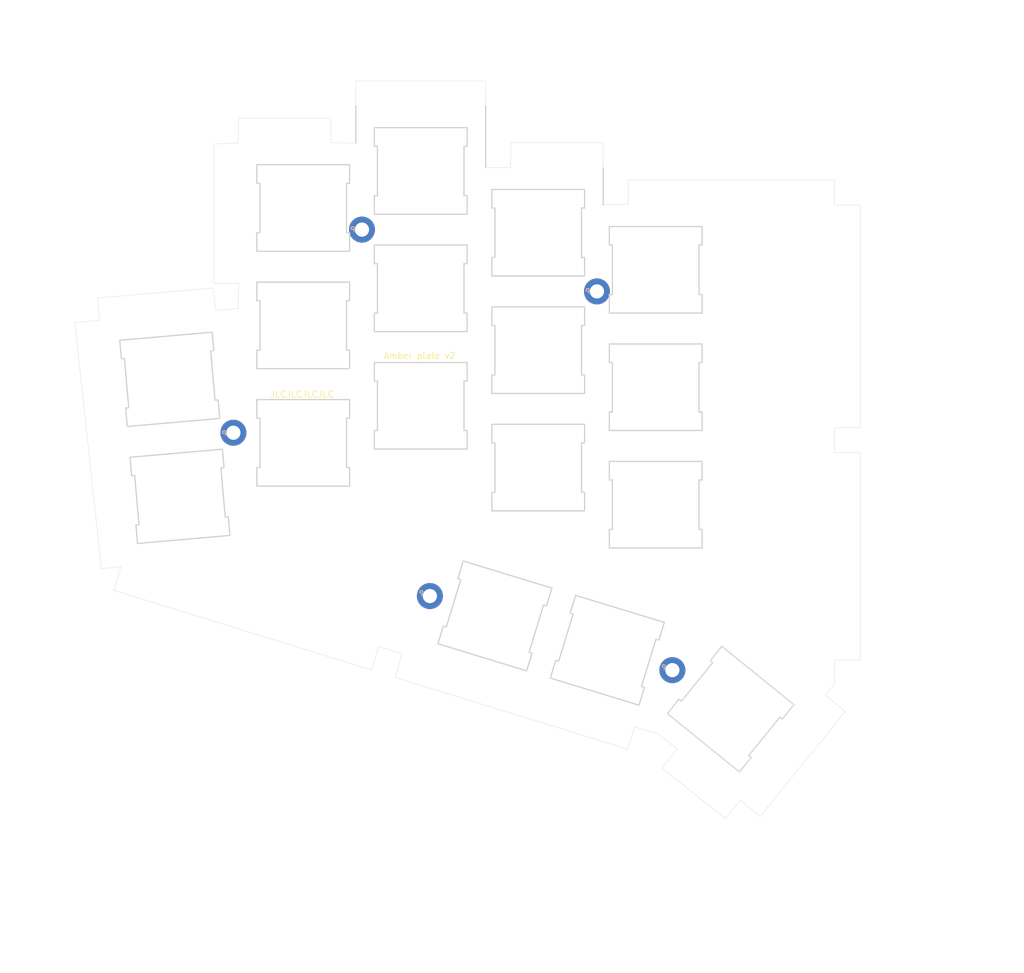
<source format=kicad_pcb>
(kicad_pcb (version 20171130) (host pcbnew "(5.1.8)-1")

  (general
    (thickness 1.6)
    (drawings 259)
    (tracks 0)
    (zones 0)
    (modules 6)
    (nets 2)
  )

  (page A3)
  (title_block
    (title "Amber plate")
    (rev v2)
    (company Nezumee)
  )

  (layers
    (0 F.Cu signal)
    (31 B.Cu signal)
    (32 B.Adhes user)
    (33 F.Adhes user)
    (34 B.Paste user)
    (35 F.Paste user)
    (36 B.SilkS user)
    (37 F.SilkS user)
    (38 B.Mask user)
    (39 F.Mask user)
    (40 Dwgs.User user)
    (41 Cmts.User user)
    (42 Eco1.User user)
    (43 Eco2.User user)
    (44 Edge.Cuts user)
    (45 Margin user)
    (46 B.CrtYd user)
    (47 F.CrtYd user)
    (48 B.Fab user)
    (49 F.Fab user)
  )

  (setup
    (last_trace_width 0.254)
    (user_trace_width 0.254)
    (user_trace_width 0.381)
    (trace_clearance 0.254)
    (zone_clearance 0.508)
    (zone_45_only no)
    (trace_min 0.2032)
    (via_size 0.8)
    (via_drill 0.4)
    (via_min_size 0.508)
    (via_min_drill 0.381)
    (uvia_size 0.3)
    (uvia_drill 0.1016)
    (uvias_allowed no)
    (uvia_min_size 0.2032)
    (uvia_min_drill 0.1016)
    (edge_width 0.05)
    (segment_width 0.2)
    (pcb_text_width 0.3)
    (pcb_text_size 1.5 1.5)
    (mod_edge_width 0.12)
    (mod_text_size 1 1)
    (mod_text_width 0.15)
    (pad_size 1.524 1.524)
    (pad_drill 0.8128)
    (pad_to_mask_clearance 0.05)
    (aux_axis_origin 0 0)
    (visible_elements 7FFFFFFF)
    (pcbplotparams
      (layerselection 0x010fc_ffffffff)
      (usegerberextensions false)
      (usegerberattributes true)
      (usegerberadvancedattributes true)
      (creategerberjobfile true)
      (excludeedgelayer true)
      (linewidth 0.100000)
      (plotframeref false)
      (viasonmask false)
      (mode 1)
      (useauxorigin false)
      (hpglpennumber 1)
      (hpglpenspeed 20)
      (hpglpendiameter 15.000000)
      (psnegative false)
      (psa4output false)
      (plotreference true)
      (plotvalue false)
      (plotinvisibletext false)
      (padsonsilk false)
      (subtractmaskfromsilk false)
      (outputformat 1)
      (mirror false)
      (drillshape 0)
      (scaleselection 1)
      (outputdirectory "gerber/"))
  )

  (net 0 "")
  (net 1 GND)

  (net_class Default "This is the default net class."
    (clearance 0.254)
    (trace_width 0.254)
    (via_dia 0.8)
    (via_drill 0.4)
    (uvia_dia 0.3)
    (uvia_drill 0.1016)
    (diff_pair_width 0.2032)
    (diff_pair_gap 0.25)
  )

  (module MountingHole:MountingHole_5.3mm_M5 (layer F.Cu) (tedit 56D1B4CB) (tstamp 604EFA57)
    (at 96.139 -4.318)
    (descr "Mounting Hole 5.3mm, no annular, M5")
    (tags "mounting hole 5.3mm no annular m5")
    (attr virtual)
    (fp_text reference REF** (at 0 -6.3) (layer F.SilkS) hide
      (effects (font (size 1 1) (thickness 0.15)))
    )
    (fp_text value MountingHole_5.3mm_M5 (at 0 6.3) (layer F.Fab)
      (effects (font (size 1 1) (thickness 0.15)))
    )
    (fp_circle (center 0 0) (end 5.55 0) (layer F.CrtYd) (width 0.05))
    (fp_circle (center 0 0) (end 5.3 0) (layer Cmts.User) (width 0.15))
    (fp_text user %R (at 0.3 0) (layer F.Fab)
      (effects (font (size 1 1) (thickness 0.15)))
    )
    (pad 1 np_thru_hole circle (at 0 0) (size 5.3 5.3) (drill 5.3) (layers *.Cu *.Mask))
  )

  (module kbd:M2_Hole_TH locked (layer F.Cu) (tedit 5F7666C1) (tstamp 0)
    (at 8.63587 -10.291829 5)
    (fp_text reference P3 (at 0 0) (layer F.SilkS) hide
      (effects (font (size 1.27 1.27) (thickness 0.15)))
    )
    (fp_text value "" (at 0 0) (layer F.SilkS) hide
      (effects (font (size 1.27 1.27) (thickness 0.15)))
    )
    (fp_text user P (at -1.5 0 5) (layer B.SilkS)
      (effects (font (size 0.8 0.8) (thickness 0.15)) (justify mirror))
    )
    (pad "" thru_hole circle (at 0 0 5) (size 4.2 4.2) (drill 2.3) (layers *.Cu *.Mask))
  )

  (module kbd:M2_Hole_TH locked (layer F.Cu) (tedit 5F7666C1) (tstamp 0)
    (at 67.432076 -33.151949)
    (fp_text reference P1 (at 0 0) (layer F.SilkS) hide
      (effects (font (size 1.27 1.27) (thickness 0.15)))
    )
    (fp_text value "" (at 0 0) (layer F.SilkS) hide
      (effects (font (size 1.27 1.27) (thickness 0.15)))
    )
    (fp_text user P (at -1.5 0) (layer B.SilkS)
      (effects (font (size 0.8 0.8) (thickness 0.15)) (justify mirror))
    )
    (pad "" thru_hole circle (at 0 0) (size 4.2 4.2) (drill 2.3) (layers *.Cu *.Mask))
  )

  (module kbd:M2_Hole_TH locked (layer F.Cu) (tedit 5F7666C1) (tstamp 0)
    (at 40.412724 16.131963 343)
    (fp_text reference P4 (at 0 0) (layer F.SilkS) hide
      (effects (font (size 1.27 1.27) (thickness 0.15)))
    )
    (fp_text value "" (at 0 0) (layer F.SilkS) hide
      (effects (font (size 1.27 1.27) (thickness 0.15)))
    )
    (fp_text user P (at -1.5 0 343) (layer B.SilkS)
      (effects (font (size 0.8 0.8) (thickness 0.15)) (justify mirror))
    )
    (pad "" thru_hole circle (at 0 0 343) (size 4.2 4.2) (drill 2.3) (layers *.Cu *.Mask))
  )

  (module kbd:M2_Hole_TH locked (layer F.Cu) (tedit 5F7666C1) (tstamp 0)
    (at 79.621219 28.119203 343)
    (fp_text reference P5 (at 0 0) (layer F.SilkS) hide
      (effects (font (size 1.27 1.27) (thickness 0.15)))
    )
    (fp_text value "" (at 0 0) (layer F.SilkS) hide
      (effects (font (size 1.27 1.27) (thickness 0.15)))
    )
    (fp_text user P (at -1.5 0 343) (layer B.SilkS)
      (effects (font (size 0.8 0.8) (thickness 0.15)) (justify mirror))
    )
    (pad "" thru_hole circle (at 0 0 343) (size 4.2 4.2) (drill 2.3) (layers *.Cu *.Mask))
  )

  (module kbd:M2_Hole_TH locked (layer F.Cu) (tedit 5F7666C1) (tstamp 0)
    (at 29.432076 -43.151949)
    (fp_text reference P2 (at 0 0) (layer F.SilkS) hide
      (effects (font (size 1.27 1.27) (thickness 0.15)))
    )
    (fp_text value "" (at 0 0) (layer F.SilkS) hide
      (effects (font (size 1.27 1.27) (thickness 0.15)))
    )
    (fp_text user P (at -1.5 0) (layer B.SilkS)
      (effects (font (size 0.8 0.8) (thickness 0.15)) (justify mirror))
    )
    (pad "" thru_hole circle (at 0 0) (size 4.2 4.2) (drill 2.3) (layers *.Cu *.Mask))
  )

  (gr_line (start 105.9 26.5) (end 110 26.5) (layer Edge.Cuts) (width 0.05))
  (gr_line (start 105.81798 30.4) (end 105.9 26.5) (layer Edge.Cuts) (width 0.05))
  (gr_line (start 104.4 32.2) (end 105.81798 30.4) (layer Edge.Cuts) (width 0.05) (tstamp 604EE166))
  (gr_line (start 107.6 34.8) (end 104.4 32.2) (layer Edge.Cuts) (width 0.05))
  (gr_line (start 93.8 51.8) (end 107.6 34.8) (layer Edge.Cuts) (width 0.05))
  (gr_line (start 90.602251 49.197142) (end 93.8 51.8) (layer Edge.Cuts) (width 0.05))
  (gr_line (start 88.2 52.1) (end 90.602251 49.197142) (layer Edge.Cuts) (width 0.05) (tstamp 604EE128))
  (gr_line (start 77.9 44) (end 88.2 52.1) (layer Edge.Cuts) (width 0.05))
  (gr_line (start 80.4 40.9) (end 77.9 44) (layer Edge.Cuts) (width 0.05))
  (gr_line (start 77.3 38.4) (end 80.4 40.9) (layer Edge.Cuts) (width 0.05))
  (gr_line (start 73.5 37.3) (end 72.4 40.9) (layer Edge.Cuts) (width 0.05))
  (gr_line (start 77.3 38.4) (end 73.5 37.3) (layer Edge.Cuts) (width 0.05))
  (gr_line (start 34.8 29.3) (end 72.4 40.9) (layer Edge.Cuts) (width 0.05))
  (gr_line (start 35.9 25.5) (end 34.8 29.3) (layer Edge.Cuts) (width 0.05))
  (gr_line (start 32.1 24.3) (end 35.9 25.5) (layer Edge.Cuts) (width 0.05))
  (gr_line (start 31 28.1) (end 32.1 24.3) (layer Edge.Cuts) (width 0.05))
  (gr_line (start -10.7 15.2) (end 31 28.1) (layer Edge.Cuts) (width 0.05))
  (gr_line (start -9.544909 11.375179) (end -10.7 15.2) (layer Edge.Cuts) (width 0.05))
  (gr_line (start -12.7 11.7) (end -9.544909 11.375179) (layer Edge.Cuts) (width 0.05) (tstamp 604EE05E))
  (gr_line (start -17 -28.1) (end -12.7 11.7) (layer Edge.Cuts) (width 0.05))
  (gr_line (start -13.031138 -28.472608) (end -17 -28.1) (layer Edge.Cuts) (width 0.05))
  (gr_line (start -13.3 -32.1) (end -13.031138 -28.472608) (layer Edge.Cuts) (width 0.05) (tstamp 604EDFFB))
  (gr_line (start 5.3 -33.7) (end -13.3 -32.1) (layer Edge.Cuts) (width 0.05))
  (gr_line (start 5.8 -30.1) (end 5.3 -33.7) (layer Edge.Cuts) (width 0.05))
  (gr_line (start 9.432076 -30.4) (end 5.8 -30.1) (layer Edge.Cuts) (width 0.05))
  (gr_line (start 5.5 -57) (end 9.432076 -57.151948) (layer Edge.Cuts) (width 0.05) (tstamp 604EDFD0))
  (gr_line (start 5.5 -34.4) (end 5.5 -57) (layer Edge.Cuts) (width 0.05))
  (gr_line (start 9.5 -34.4) (end 5.5 -34.4) (layer Edge.Cuts) (width 0.05))
  (gr_line (start 9.432076 -30.4) (end 9.5 -34.4) (layer Edge.Cuts) (width 0.05))
  (gr_line (start 9.5 -61.2) (end 9.432076 -57.151948) (layer Edge.Cuts) (width 0.05) (tstamp 604EDFA6))
  (gr_line (start 24.4 -61.2) (end 9.5 -61.2) (layer Edge.Cuts) (width 0.05))
  (gr_line (start 24.4 -57.2) (end 24.4 -61.2) (layer Edge.Cuts) (width 0.05))
  (gr_line (start 28.432076 -57.151948) (end 24.4 -57.2) (layer Edge.Cuts) (width 0.05))
  (gr_line (start 28.4 -67.2) (end 28.432076 -63.151948) (layer Edge.Cuts) (width 0.05) (tstamp 604EDF84))
  (gr_line (start 49.4 -67.2) (end 28.4 -67.2) (layer Edge.Cuts) (width 0.05))
  (gr_line (start 49.432076 -63.151948) (end 49.4 -67.2) (layer Edge.Cuts) (width 0.05))
  (gr_line (start 68.4 -57.2) (end 68.432076 -53.151948) (layer Edge.Cuts) (width 0.05) (tstamp 604EDF55))
  (gr_line (start 53.5 -57.2) (end 68.4 -57.2) (layer Edge.Cuts) (width 0.05))
  (gr_line (start 53.5 -53.2) (end 53.5 -57.2) (layer Edge.Cuts) (width 0.05))
  (gr_line (start 49.432076 -53.151948) (end 53.5 -53.2) (layer Edge.Cuts) (width 0.05))
  (gr_line (start 105.8 -51.2) (end 105.81798 -47.151948) (layer Edge.Cuts) (width 0.05) (tstamp 604EDF1A))
  (gr_line (start 72.5 -51.2) (end 105.8 -51.2) (layer Edge.Cuts) (width 0.05))
  (gr_line (start 72.5 -47.2) (end 72.5 -51.2) (layer Edge.Cuts) (width 0.05))
  (gr_line (start 68.432076 -47.151948) (end 72.5 -47.2) (layer Edge.Cuts) (width 0.05))
  (gr_line (start 110 -7.1) (end 110 26.5) (layer Edge.Cuts) (width 0.05))
  (gr_line (start 105.8 -7.1) (end 110 -7.1) (layer Edge.Cuts) (width 0.05))
  (gr_line (start 105.8 -11.1) (end 105.8 -7.1) (layer Edge.Cuts) (width 0.05))
  (gr_line (start 110 -11.1) (end 105.8 -11.1) (layer Edge.Cuts) (width 0.05))
  (gr_line (start 110 -47.1) (end 110 -11.1) (layer Edge.Cuts) (width 0.05))
  (gr_line (start 105.81798 -47.151948) (end 110 -47.1) (layer Edge.Cuts) (width 0.05))
  (gr_text "Amber plate v2" (at 38.75 -22.75) (layer F.SilkS)
    (effects (font (size 1 1) (thickness 0.15)))
  )
  (gr_text JLCJLCJLCJLC (at 19.75 -16.5) (layer F.SilkS)
    (effects (font (size 1 1) (thickness 0.15)))
  )
  (gr_line (start 86.127343 26.915419) (end 81.09278 33.132587) (layer Edge.Cuts) (width 0.2))
  (gr_line (start 91.972823 41.943072) (end 97.007386 35.725905) (layer Edge.Cuts) (width 0.2))
  (gr_line (start 63.577219 19.031293) (end 61.238246 26.681731) (layer Edge.Cuts) (width 0.2))
  (gr_line (start 74.626512 30.774934) (end 76.965486 23.124496) (layer Edge.Cuts) (width 0.2))
  (gr_line (start 45.407429 13.47623) (end 43.068455 21.126668) (layer Edge.Cuts) (width 0.2))
  (gr_line (start 56.456722 25.219872) (end 58.795696 17.569434) (layer Edge.Cuts) (width 0.2))
  (gr_line (start 69.932076 -40.651948) (end 69.932076 -32.651948) (layer Edge.Cuts) (width 0.2))
  (gr_line (start 83.932076 -32.651948) (end 83.932076 -40.651948) (layer Edge.Cuts) (width 0.2))
  (gr_line (start 69.932076 -21.651948) (end 69.932076 -13.651948) (layer Edge.Cuts) (width 0.2))
  (gr_line (start 83.932076 -13.651948) (end 83.932076 -21.651948) (layer Edge.Cuts) (width 0.2))
  (gr_line (start 69.932076 -2.651948) (end 69.932076 5.348051) (layer Edge.Cuts) (width 0.2))
  (gr_line (start 83.932076 5.348051) (end 83.932076 -2.651948) (layer Edge.Cuts) (width 0.2))
  (gr_line (start 50.932076 -46.651948) (end 50.932076 -38.651948) (layer Edge.Cuts) (width 0.2))
  (gr_line (start 64.932076 -38.651948) (end 64.932076 -46.651948) (layer Edge.Cuts) (width 0.2))
  (gr_line (start 50.932076 -27.651948) (end 50.932076 -19.651948) (layer Edge.Cuts) (width 0.2))
  (gr_line (start 64.932076 -19.651948) (end 64.932076 -27.651948) (layer Edge.Cuts) (width 0.2))
  (gr_line (start 50.932076 -8.651948) (end 50.932076 -0.651948) (layer Edge.Cuts) (width 0.2))
  (gr_line (start 64.932075 -0.651948) (end 64.932075 -8.651948) (layer Edge.Cuts) (width 0.2))
  (gr_line (start 31.932076 -56.651948) (end 31.932076 -48.651948) (layer Edge.Cuts) (width 0.2))
  (gr_line (start 45.932076 -48.651948) (end 45.932076 -56.651948) (layer Edge.Cuts) (width 0.2))
  (gr_line (start 31.932076 -37.651948) (end 31.932076 -29.651948) (layer Edge.Cuts) (width 0.2))
  (gr_line (start 45.932076 -29.651948) (end 45.932076 -37.651948) (layer Edge.Cuts) (width 0.2))
  (gr_line (start 31.932076 -18.651948) (end 31.932076 -10.651948) (layer Edge.Cuts) (width 0.2))
  (gr_line (start 45.932076 -10.651948) (end 45.932076 -18.651948) (layer Edge.Cuts) (width 0.2))
  (gr_line (start 12.932076 -50.651948) (end 12.932076 -42.651948) (layer Edge.Cuts) (width 0.2))
  (gr_line (start 26.932076 -42.651948) (end 26.932076 -50.651948) (layer Edge.Cuts) (width 0.2))
  (gr_line (start 12.932076 -31.651948) (end 12.932076 -23.651948) (layer Edge.Cuts) (width 0.2))
  (gr_line (start 26.932076 -23.651948) (end 26.932076 -31.651948) (layer Edge.Cuts) (width 0.2))
  (gr_line (start 12.932076 -12.651948) (end 12.932076 -4.651948) (layer Edge.Cuts) (width 0.2))
  (gr_line (start 26.932076 -4.651948) (end 26.932076 -12.651948) (layer Edge.Cuts) (width 0.2))
  (gr_line (start -8.977945 -22.302387) (end -8.280699 -14.33283) (layer Edge.Cuts) (width 0.2))
  (gr_line (start 5.666026 -15.55301) (end 4.96878 -23.522568) (layer Edge.Cuts) (width 0.2))
  (gr_line (start -7.321985 -3.374688) (end -6.624739 4.594869) (layer Edge.Cuts) (width 0.2))
  (gr_line (start 7.321985 3.374688) (end 6.624739 -4.594869) (layer Edge.Cuts) (width 0.2))
  (gr_line (start 86.127343 26.915419) (end 85.73877 26.600759) (layer Edge.Cuts) (width 0.2))
  (gr_line (start 97.395959 36.040565) (end 97.007386 35.725905) (layer Edge.Cuts) (width 0.2))
  (gr_line (start 91.972823 41.943072) (end 92.361396 42.257733) (layer Edge.Cuts) (width 0.2))
  (gr_line (start 80.704207 32.817927) (end 81.09278 33.132587) (layer Edge.Cuts) (width 0.2))
  (gr_line (start 63.577219 19.031293) (end 63.099067 18.885107) (layer Edge.Cuts) (width 0.2))
  (gr_line (start 77.443638 23.270682) (end 76.965486 23.124496) (layer Edge.Cuts) (width 0.2))
  (gr_line (start 74.626512 30.774934) (end 75.104665 30.92112) (layer Edge.Cuts) (width 0.2))
  (gr_line (start 60.760093 26.535545) (end 61.238246 26.681731) (layer Edge.Cuts) (width 0.2))
  (gr_line (start 45.407429 13.47623) (end 44.929277 13.330044) (layer Edge.Cuts) (width 0.2))
  (gr_line (start 59.273848 17.71562) (end 58.795696 17.569434) (layer Edge.Cuts) (width 0.2))
  (gr_line (start 56.456722 25.219872) (end 56.934874 25.366058) (layer Edge.Cuts) (width 0.2))
  (gr_line (start 42.590303 20.980482) (end 43.068455 21.126668) (layer Edge.Cuts) (width 0.2))
  (gr_line (start 69.932076 -40.651948) (end 69.432076 -40.651948) (layer Edge.Cuts) (width 0.2))
  (gr_line (start 84.432076 -40.651948) (end 83.932076 -40.651948) (layer Edge.Cuts) (width 0.2))
  (gr_line (start 83.932076 -32.651948) (end 84.432076 -32.651948) (layer Edge.Cuts) (width 0.2))
  (gr_line (start 69.432076 -32.651948) (end 69.932076 -32.651948) (layer Edge.Cuts) (width 0.2))
  (gr_line (start 69.932076 -21.651948) (end 69.432076 -21.651948) (layer Edge.Cuts) (width 0.2))
  (gr_line (start 84.432076 -21.651948) (end 83.932076 -21.651948) (layer Edge.Cuts) (width 0.2))
  (gr_line (start 83.932076 -13.651948) (end 84.432076 -13.651948) (layer Edge.Cuts) (width 0.2))
  (gr_line (start 69.432076 -13.651948) (end 69.932076 -13.651948) (layer Edge.Cuts) (width 0.2))
  (gr_line (start 69.932076 -2.651948) (end 69.432076 -2.651948) (layer Edge.Cuts) (width 0.2))
  (gr_line (start 84.432076 -2.651948) (end 83.932076 -2.651948) (layer Edge.Cuts) (width 0.2))
  (gr_line (start 83.932076 5.348051) (end 84.432076 5.348051) (layer Edge.Cuts) (width 0.2))
  (gr_line (start 69.432076 5.348051) (end 69.932076 5.348051) (layer Edge.Cuts) (width 0.2))
  (gr_line (start 50.932076 -46.651948) (end 50.432076 -46.651948) (layer Edge.Cuts) (width 0.2))
  (gr_line (start 65.432076 -46.651948) (end 64.932076 -46.651948) (layer Edge.Cuts) (width 0.2))
  (gr_line (start 64.932076 -38.651948) (end 65.432076 -38.651948) (layer Edge.Cuts) (width 0.2))
  (gr_line (start 50.432076 -38.651948) (end 50.932076 -38.651948) (layer Edge.Cuts) (width 0.2))
  (gr_line (start 50.932076 -27.651948) (end 50.432076 -27.651948) (layer Edge.Cuts) (width 0.2))
  (gr_line (start 65.432076 -27.651948) (end 64.932076 -27.651948) (layer Edge.Cuts) (width 0.2))
  (gr_line (start 64.932076 -19.651948) (end 65.432076 -19.651948) (layer Edge.Cuts) (width 0.2))
  (gr_line (start 50.432076 -19.651948) (end 50.932076 -19.651948) (layer Edge.Cuts) (width 0.2))
  (gr_line (start 50.932076 -8.651948) (end 50.432076 -8.651948) (layer Edge.Cuts) (width 0.2))
  (gr_line (start 65.432075 -8.651948) (end 64.932075 -8.651948) (layer Edge.Cuts) (width 0.2))
  (gr_line (start 64.932075 -0.651948) (end 65.432075 -0.651948) (layer Edge.Cuts) (width 0.2))
  (gr_line (start 50.432076 -0.651948) (end 50.932076 -0.651948) (layer Edge.Cuts) (width 0.2))
  (gr_line (start 31.932076 -56.651948) (end 31.432076 -56.651948) (layer Edge.Cuts) (width 0.2))
  (gr_line (start 46.432076 -56.651948) (end 45.932076 -56.651948) (layer Edge.Cuts) (width 0.2))
  (gr_line (start 45.932076 -48.651948) (end 46.432076 -48.651948) (layer Edge.Cuts) (width 0.2))
  (gr_line (start 31.432076 -48.651948) (end 31.932076 -48.651948) (layer Edge.Cuts) (width 0.2))
  (gr_line (start 31.932076 -37.651948) (end 31.432076 -37.651948) (layer Edge.Cuts) (width 0.2))
  (gr_line (start 46.432076 -37.651948) (end 45.932076 -37.651948) (layer Edge.Cuts) (width 0.2))
  (gr_line (start 45.932076 -29.651948) (end 46.432076 -29.651948) (layer Edge.Cuts) (width 0.2))
  (gr_line (start 31.432076 -29.651948) (end 31.932076 -29.651948) (layer Edge.Cuts) (width 0.2))
  (gr_line (start 31.932076 -18.651948) (end 31.432076 -18.651948) (layer Edge.Cuts) (width 0.2))
  (gr_line (start 46.432076 -18.651948) (end 45.932076 -18.651948) (layer Edge.Cuts) (width 0.2))
  (gr_line (start 45.932076 -10.651948) (end 46.432076 -10.651948) (layer Edge.Cuts) (width 0.2))
  (gr_line (start 31.432076 -10.651948) (end 31.932076 -10.651948) (layer Edge.Cuts) (width 0.2))
  (gr_line (start 12.932076 -50.651948) (end 12.432076 -50.651948) (layer Edge.Cuts) (width 0.2))
  (gr_line (start 27.432076 -50.651948) (end 26.932076 -50.651948) (layer Edge.Cuts) (width 0.2))
  (gr_line (start 26.932076 -42.651948) (end 27.432076 -42.651948) (layer Edge.Cuts) (width 0.2))
  (gr_line (start 12.432076 -42.651948) (end 12.932076 -42.651948) (layer Edge.Cuts) (width 0.2))
  (gr_line (start 12.932076 -31.651948) (end 12.432076 -31.651948) (layer Edge.Cuts) (width 0.2))
  (gr_line (start 27.432076 -31.651948) (end 26.932076 -31.651948) (layer Edge.Cuts) (width 0.2))
  (gr_line (start 26.932076 -23.651948) (end 27.432076 -23.651948) (layer Edge.Cuts) (width 0.2))
  (gr_line (start 12.432076 -23.651948) (end 12.932076 -23.651948) (layer Edge.Cuts) (width 0.2))
  (gr_line (start 12.932076 -12.651948) (end 12.432076 -12.651948) (layer Edge.Cuts) (width 0.2))
  (gr_line (start 27.432076 -12.651948) (end 26.932076 -12.651948) (layer Edge.Cuts) (width 0.2))
  (gr_line (start 26.932076 -4.651948) (end 27.432076 -4.651948) (layer Edge.Cuts) (width 0.2))
  (gr_line (start 12.432076 -4.651948) (end 12.932076 -4.651948) (layer Edge.Cuts) (width 0.2))
  (gr_line (start -8.977945 -22.302387) (end -9.476042 -22.25881) (layer Edge.Cuts) (width 0.2))
  (gr_line (start 5.466878 -23.566146) (end 4.96878 -23.522568) (layer Edge.Cuts) (width 0.2))
  (gr_line (start 5.666026 -15.55301) (end 6.164124 -15.596588) (layer Edge.Cuts) (width 0.2))
  (gr_line (start -8.778796 -14.289252) (end -8.280699 -14.33283) (layer Edge.Cuts) (width 0.2))
  (gr_line (start -7.321985 -3.374688) (end -7.820083 -3.33111) (layer Edge.Cuts) (width 0.2))
  (gr_line (start 7.122837 -4.638446) (end 6.624739 -4.594869) (layer Edge.Cuts) (width 0.2))
  (gr_line (start 7.321985 3.374688) (end 7.820083 3.33111) (layer Edge.Cuts) (width 0.2))
  (gr_line (start -7.122837 4.638446) (end -6.624739 4.594869) (layer Edge.Cuts) (width 0.2))
  (gr_line (start 80.704207 32.817927) (end 78.816245 35.149365) (layer Edge.Cuts) (width 0.2))
  (gr_line (start 87.626731 24.269321) (end 85.73877 26.600759) (layer Edge.Cuts) (width 0.2))
  (gr_line (start 87.626731 24.269321) (end 99.28392 33.709127) (layer Edge.Cuts) (width 0.2))
  (gr_line (start 97.395959 36.040565) (end 99.28392 33.709127) (layer Edge.Cuts) (width 0.2))
  (gr_line (start 90.473435 44.58917) (end 92.361396 42.257733) (layer Edge.Cuts) (width 0.2))
  (gr_line (start 78.816245 35.149365) (end 90.473435 44.58917) (layer Edge.Cuts) (width 0.2))
  (gr_line (start 60.760093 26.535545) (end 59.882978 29.404459) (layer Edge.Cuts) (width 0.2))
  (gr_line (start 63.976182 16.016192) (end 63.099067 18.885107) (layer Edge.Cuts) (width 0.2))
  (gr_line (start 63.976182 16.016192) (end 78.320754 20.401768) (layer Edge.Cuts) (width 0.2))
  (gr_line (start 77.443638 23.270682) (end 78.320754 20.401768) (layer Edge.Cuts) (width 0.2))
  (gr_line (start 74.22755 33.790035) (end 75.104665 30.92112) (layer Edge.Cuts) (width 0.2))
  (gr_line (start 59.882978 29.404459) (end 74.22755 33.790035) (layer Edge.Cuts) (width 0.2))
  (gr_line (start 42.590303 20.980482) (end 41.713188 23.849397) (layer Edge.Cuts) (width 0.2))
  (gr_line (start 45.806392 10.46113) (end 44.929277 13.330044) (layer Edge.Cuts) (width 0.2))
  (gr_line (start 45.806392 10.46113) (end 60.150963 14.846706) (layer Edge.Cuts) (width 0.2))
  (gr_line (start 59.273848 17.71562) (end 60.150963 14.846706) (layer Edge.Cuts) (width 0.2))
  (gr_line (start 56.057759 28.234972) (end 56.934874 25.366058) (layer Edge.Cuts) (width 0.2))
  (gr_line (start 41.713188 23.849397) (end 56.057759 28.234972) (layer Edge.Cuts) (width 0.2))
  (gr_line (start 69.432076 -32.651948) (end 69.432076 -29.651948) (layer Edge.Cuts) (width 0.2))
  (gr_line (start 69.432076 -43.651948) (end 69.432076 -40.651948) (layer Edge.Cuts) (width 0.2))
  (gr_line (start 69.432076 -43.651948) (end 84.432076 -43.651948) (layer Edge.Cuts) (width 0.2))
  (gr_line (start 84.432076 -40.651948) (end 84.432076 -43.651948) (layer Edge.Cuts) (width 0.2))
  (gr_line (start 84.432076 -29.651948) (end 84.432076 -32.651948) (layer Edge.Cuts) (width 0.2))
  (gr_line (start 69.432076 -29.651948) (end 84.432076 -29.651948) (layer Edge.Cuts) (width 0.2))
  (gr_line (start 69.432076 -13.651948) (end 69.432076 -10.651948) (layer Edge.Cuts) (width 0.2))
  (gr_line (start 69.432076 -24.651948) (end 69.432076 -21.651948) (layer Edge.Cuts) (width 0.2))
  (gr_line (start 69.432076 -24.651948) (end 84.432076 -24.651948) (layer Edge.Cuts) (width 0.2))
  (gr_line (start 84.432076 -21.651948) (end 84.432076 -24.651948) (layer Edge.Cuts) (width 0.2))
  (gr_line (start 84.432076 -10.651948) (end 84.432076 -13.651948) (layer Edge.Cuts) (width 0.2))
  (gr_line (start 69.432076 -10.651948) (end 84.432076 -10.651948) (layer Edge.Cuts) (width 0.2))
  (gr_line (start 69.432076 5.348051) (end 69.432076 8.348051) (layer Edge.Cuts) (width 0.2))
  (gr_line (start 69.432076 -5.651948) (end 69.432076 -2.651948) (layer Edge.Cuts) (width 0.2))
  (gr_line (start 69.432076 -5.651948) (end 84.432076 -5.651948) (layer Edge.Cuts) (width 0.2))
  (gr_line (start 84.432076 -2.651948) (end 84.432076 -5.651948) (layer Edge.Cuts) (width 0.2))
  (gr_line (start 84.432076 8.348051) (end 84.432076 5.348051) (layer Edge.Cuts) (width 0.2))
  (gr_line (start 69.432076 8.348051) (end 84.432076 8.348051) (layer Edge.Cuts) (width 0.2))
  (gr_line (start 50.432076 -38.651948) (end 50.432076 -35.651948) (layer Edge.Cuts) (width 0.2))
  (gr_line (start 50.432076 -49.651948) (end 50.432076 -46.651948) (layer Edge.Cuts) (width 0.2))
  (gr_line (start 50.432076 -49.651948) (end 65.432076 -49.651948) (layer Edge.Cuts) (width 0.2))
  (gr_line (start 65.432076 -46.651948) (end 65.432076 -49.651948) (layer Edge.Cuts) (width 0.2))
  (gr_line (start 65.432076 -35.651948) (end 65.432076 -38.651948) (layer Edge.Cuts) (width 0.2))
  (gr_line (start 50.432076 -35.651948) (end 65.432076 -35.651948) (layer Edge.Cuts) (width 0.2))
  (gr_line (start 50.432076 -19.651948) (end 50.432076 -16.651948) (layer Edge.Cuts) (width 0.2))
  (gr_line (start 50.432076 -30.651948) (end 50.432076 -27.651948) (layer Edge.Cuts) (width 0.2))
  (gr_line (start 50.432076 -30.651948) (end 65.432076 -30.651948) (layer Edge.Cuts) (width 0.2))
  (gr_line (start 65.432076 -27.651948) (end 65.432076 -30.651948) (layer Edge.Cuts) (width 0.2))
  (gr_line (start 65.432076 -16.651948) (end 65.432076 -19.651948) (layer Edge.Cuts) (width 0.2))
  (gr_line (start 50.432076 -16.651948) (end 65.432076 -16.651948) (layer Edge.Cuts) (width 0.2))
  (gr_line (start 50.432076 -0.651948) (end 50.432076 2.348051) (layer Edge.Cuts) (width 0.2))
  (gr_line (start 50.432076 -11.651948) (end 50.432076 -8.651948) (layer Edge.Cuts) (width 0.2))
  (gr_line (start 50.432076 -11.651948) (end 65.432075 -11.651948) (layer Edge.Cuts) (width 0.2))
  (gr_line (start 65.432075 -8.651948) (end 65.432075 -11.651948) (layer Edge.Cuts) (width 0.2))
  (gr_line (start 65.432075 2.348051) (end 65.432075 -0.651948) (layer Edge.Cuts) (width 0.2))
  (gr_line (start 50.432076 2.348051) (end 65.432075 2.348051) (layer Edge.Cuts) (width 0.2))
  (gr_line (start 31.432076 -48.651948) (end 31.432076 -45.651948) (layer Edge.Cuts) (width 0.2))
  (gr_line (start 31.432076 -59.651948) (end 31.432076 -56.651948) (layer Edge.Cuts) (width 0.2))
  (gr_line (start 31.432076 -59.651948) (end 46.432076 -59.651948) (layer Edge.Cuts) (width 0.2))
  (gr_line (start 46.432076 -56.651948) (end 46.432076 -59.651948) (layer Edge.Cuts) (width 0.2))
  (gr_line (start 46.432076 -45.651948) (end 46.432076 -48.651948) (layer Edge.Cuts) (width 0.2))
  (gr_line (start 31.432076 -45.651948) (end 46.432076 -45.651948) (layer Edge.Cuts) (width 0.2))
  (gr_line (start 31.432076 -29.651948) (end 31.432076 -26.651948) (layer Edge.Cuts) (width 0.2))
  (gr_line (start 31.432076 -40.651948) (end 31.432076 -37.651948) (layer Edge.Cuts) (width 0.2))
  (gr_line (start 31.432076 -40.651948) (end 46.432076 -40.651948) (layer Edge.Cuts) (width 0.2))
  (gr_line (start 46.432076 -37.651948) (end 46.432076 -40.651948) (layer Edge.Cuts) (width 0.2))
  (gr_line (start 46.432076 -26.651948) (end 46.432076 -29.651948) (layer Edge.Cuts) (width 0.2))
  (gr_line (start 31.432076 -26.651948) (end 46.432076 -26.651948) (layer Edge.Cuts) (width 0.2))
  (gr_line (start 31.432076 -10.651948) (end 31.432076 -7.651948) (layer Edge.Cuts) (width 0.2))
  (gr_line (start 31.432076 -21.651948) (end 31.432076 -18.651948) (layer Edge.Cuts) (width 0.2))
  (gr_line (start 31.432076 -21.651948) (end 46.432076 -21.651948) (layer Edge.Cuts) (width 0.2))
  (gr_line (start 46.432076 -18.651948) (end 46.432076 -21.651948) (layer Edge.Cuts) (width 0.2))
  (gr_line (start 46.432076 -7.651948) (end 46.432076 -10.651948) (layer Edge.Cuts) (width 0.2))
  (gr_line (start 31.432076 -7.651948) (end 46.432076 -7.651948) (layer Edge.Cuts) (width 0.2))
  (gr_line (start 12.432076 -42.651948) (end 12.432076 -39.651948) (layer Edge.Cuts) (width 0.2))
  (gr_line (start 12.432076 -53.651948) (end 12.432076 -50.651948) (layer Edge.Cuts) (width 0.2))
  (gr_line (start 12.432076 -53.651948) (end 27.432076 -53.651948) (layer Edge.Cuts) (width 0.2))
  (gr_line (start 27.432076 -50.651948) (end 27.432076 -53.651948) (layer Edge.Cuts) (width 0.2))
  (gr_line (start 27.432076 -39.651948) (end 27.432076 -42.651948) (layer Edge.Cuts) (width 0.2))
  (gr_line (start 12.432076 -39.651948) (end 27.432076 -39.651948) (layer Edge.Cuts) (width 0.2))
  (gr_line (start 12.432076 -23.651948) (end 12.432076 -20.651948) (layer Edge.Cuts) (width 0.2))
  (gr_line (start 12.432076 -34.651948) (end 12.432076 -31.651948) (layer Edge.Cuts) (width 0.2))
  (gr_line (start 12.432076 -34.651948) (end 27.432076 -34.651948) (layer Edge.Cuts) (width 0.2))
  (gr_line (start 27.432076 -31.651948) (end 27.432076 -34.651948) (layer Edge.Cuts) (width 0.2))
  (gr_line (start 27.432076 -20.651948) (end 27.432076 -23.651948) (layer Edge.Cuts) (width 0.2))
  (gr_line (start 12.432076 -20.651948) (end 27.432076 -20.651948) (layer Edge.Cuts) (width 0.2))
  (gr_line (start 12.432076 -4.651948) (end 12.432076 -1.651948) (layer Edge.Cuts) (width 0.2))
  (gr_line (start 12.432076 -15.651948) (end 12.432076 -12.651948) (layer Edge.Cuts) (width 0.2))
  (gr_line (start 12.432076 -15.651948) (end 27.432076 -15.651948) (layer Edge.Cuts) (width 0.2))
  (gr_line (start 27.432076 -12.651948) (end 27.432076 -15.651948) (layer Edge.Cuts) (width 0.2))
  (gr_line (start 27.432076 -1.651948) (end 27.432076 -4.651948) (layer Edge.Cuts) (width 0.2))
  (gr_line (start 12.432076 -1.651948) (end 27.432076 -1.651948) (layer Edge.Cuts) (width 0.2))
  (gr_line (start -8.778796 -14.289252) (end -8.517329 -11.300668) (layer Edge.Cuts) (width 0.2))
  (gr_line (start -9.737509 -25.247394) (end -9.476042 -22.25881) (layer Edge.Cuts) (width 0.2))
  (gr_line (start -9.737509 -25.247394) (end 5.20541 -26.55473) (layer Edge.Cuts) (width 0.2))
  (gr_line (start 5.466878 -23.566146) (end 5.20541 -26.55473) (layer Edge.Cuts) (width 0.2))
  (gr_line (start 6.425591 -12.608004) (end 6.164124 -15.596588) (layer Edge.Cuts) (width 0.2))
  (gr_line (start -8.517329 -11.300668) (end 6.425591 -12.608004) (layer Edge.Cuts) (width 0.2))
  (gr_line (start -7.122837 4.638446) (end -6.86137 7.627031) (layer Edge.Cuts) (width 0.2))
  (gr_line (start -8.08155 -6.319694) (end -7.820083 -3.33111) (layer Edge.Cuts) (width 0.2))
  (gr_line (start -8.08155 -6.319694) (end 6.86137 -7.627031) (layer Edge.Cuts) (width 0.2))
  (gr_line (start 7.122837 -4.638446) (end 6.86137 -7.627031) (layer Edge.Cuts) (width 0.2))
  (gr_line (start 8.08155 6.319694) (end 7.820083 3.33111) (layer Edge.Cuts) (width 0.2))
  (gr_line (start -6.86137 7.627031) (end 8.08155 6.319694) (layer Edge.Cuts) (width 0.2))
  (gr_line (start 68.432076 -53.151948) (end 68.432076 -47.151948) (layer Edge.Cuts) (width 0.2))
  (gr_line (start 28.432076 -57.151948) (end 28.432076 -63.151948) (layer Edge.Cuts) (width 0.2))
  (gr_line (start 49.432076 -63.151948) (end 49.432076 -53.151948) (layer Edge.Cuts) (width 0.2))

  (zone (net 1) (net_name GND) (layer F.Cu) (tstamp 60223D29) (hatch edge 0.508)
    (connect_pads (clearance 0.508))
    (min_thickness 0.254)
    (fill yes (arc_segments 32) (thermal_gap 0.508) (thermal_bridge_width 0.508))
    (polygon
      (pts
        (xy 127.6 -70.5) (xy 130.4 33.1) (xy 120.2 64.8) (xy -24 13.7) (xy -19.2 -77.9)
      )
    )
  )
  (zone (net 1) (net_name GND) (layer B.Cu) (tstamp 60223D26) (hatch edge 0.508)
    (connect_pads (clearance 0.508))
    (min_thickness 0.254)
    (fill yes (arc_segments 32) (thermal_gap 0.508) (thermal_bridge_width 0.508))
    (polygon
      (pts
        (xy 130.6 -72.1) (xy 136.5 19.3) (xy 105.4 77.1) (xy -29.1 13.4) (xy -25.3 -80.3)
      )
    )
  )
)

</source>
